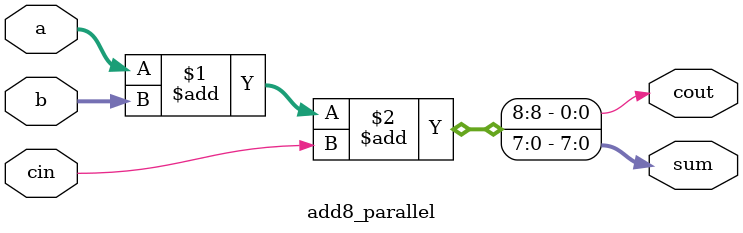
<source format=v>
module add8_parallel(sum,cout,a,b,cin);
    output [7:0] sum;
    output cout;
    input [7:0] a,b;
    input cin;

    assign {cout,sum} = a + b + cin;

endmodule

</source>
